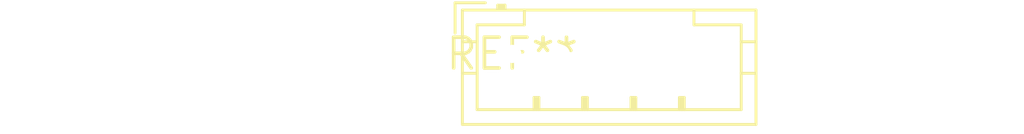
<source format=kicad_pcb>
(kicad_pcb (version 20240108) (generator pcbnew)
  (layers (0 "F.Cu" signal) (31 "B.Cu" signal) (34 "B.Paste" user) (35 "F.Paste" user) (36 "B.SilkS" user "B.Silkscreen") (37 "F.SilkS" user "F.Silkscreen") (38 "B.Mask" user) (39 "F.Mask" user) (44 "Edge.Cuts" user))
  (net 0 "")
  (footprint "JST_PH_B5B-PH-K_1x05_P2.00mm_Vertical" (layer "F.Cu") (at 0 0)
    (property "Reference" "REF**")
    (property "Value" "JST_PH_B5B-PH-K_1x05_P2.00mm_Vertical")
    (fp_line (start -2.36 -2.11) (end -2.36 -0.86) (layer "F.SilkS") (stroke (width 0.12)))
    (fp_line (start -2.06 -1.81) (end -2.06 2.91) (layer "F.SilkS") (stroke (width 0.12)))
    (fp_line (start -2.06 -0.5) (end -1.45 -0.5) (layer "F.SilkS") (stroke (width 0.12)))
    (fp_line (start -2.06 0.8) (end -1.45 0.8) (layer "F.SilkS") (stroke (width 0.12)))
    (fp_line (start -2.06 2.91) (end 10.06 2.91) (layer "F.SilkS") (stroke (width 0.12)))
    (fp_line (start -1.45 -1.2) (end -1.45 2.3) (layer "F.SilkS") (stroke (width 0.12)))
    (fp_line (start -1.45 2.3) (end 9.45 2.3) (layer "F.SilkS") (stroke (width 0.12)))
    (fp_line (start -1.11 -2.11) (end -2.36 -2.11) (layer "F.SilkS") (stroke (width 0.12)))
    (fp_line (start -0.6 -2.01) (end -0.6 -1.81) (layer "F.SilkS") (stroke (width 0.12)))
    (fp_line (start -0.3 -2.01) (end -0.6 -2.01) (layer "F.SilkS") (stroke (width 0.12)))
    (fp_line (start -0.3 -1.91) (end -0.6 -1.91) (layer "F.SilkS") (stroke (width 0.12)))
    (fp_line (start -0.3 -1.81) (end -0.3 -2.01) (layer "F.SilkS") (stroke (width 0.12)))
    (fp_line (start 0.5 -1.81) (end 0.5 -1.2) (layer "F.SilkS") (stroke (width 0.12)))
    (fp_line (start 0.5 -1.2) (end -1.45 -1.2) (layer "F.SilkS") (stroke (width 0.12)))
    (fp_line (start 0.9 1.8) (end 1.1 1.8) (layer "F.SilkS") (stroke (width 0.12)))
    (fp_line (start 0.9 2.3) (end 0.9 1.8) (layer "F.SilkS") (stroke (width 0.12)))
    (fp_line (start 1 2.3) (end 1 1.8) (layer "F.SilkS") (stroke (width 0.12)))
    (fp_line (start 1.1 1.8) (end 1.1 2.3) (layer "F.SilkS") (stroke (width 0.12)))
    (fp_line (start 2.9 1.8) (end 3.1 1.8) (layer "F.SilkS") (stroke (width 0.12)))
    (fp_line (start 2.9 2.3) (end 2.9 1.8) (layer "F.SilkS") (stroke (width 0.12)))
    (fp_line (start 3 2.3) (end 3 1.8) (layer "F.SilkS") (stroke (width 0.12)))
    (fp_line (start 3.1 1.8) (end 3.1 2.3) (layer "F.SilkS") (stroke (width 0.12)))
    (fp_line (start 4.9 1.8) (end 5.1 1.8) (layer "F.SilkS") (stroke (width 0.12)))
    (fp_line (start 4.9 2.3) (end 4.9 1.8) (layer "F.SilkS") (stroke (width 0.12)))
    (fp_line (start 5 2.3) (end 5 1.8) (layer "F.SilkS") (stroke (width 0.12)))
    (fp_line (start 5.1 1.8) (end 5.1 2.3) (layer "F.SilkS") (stroke (width 0.12)))
    (fp_line (start 6.9 1.8) (end 7.1 1.8) (layer "F.SilkS") (stroke (width 0.12)))
    (fp_line (start 6.9 2.3) (end 6.9 1.8) (layer "F.SilkS") (stroke (width 0.12)))
    (fp_line (start 7 2.3) (end 7 1.8) (layer "F.SilkS") (stroke (width 0.12)))
    (fp_line (start 7.1 1.8) (end 7.1 2.3) (layer "F.SilkS") (stroke (width 0.12)))
    (fp_line (start 7.5 -1.2) (end 7.5 -1.81) (layer "F.SilkS") (stroke (width 0.12)))
    (fp_line (start 9.45 -1.2) (end 7.5 -1.2) (layer "F.SilkS") (stroke (width 0.12)))
    (fp_line (start 9.45 2.3) (end 9.45 -1.2) (layer "F.SilkS") (stroke (width 0.12)))
    (fp_line (start 10.06 -1.81) (end -2.06 -1.81) (layer "F.SilkS") (stroke (width 0.12)))
    (fp_line (start 10.06 -0.5) (end 9.45 -0.5) (layer "F.SilkS") (stroke (width 0.12)))
    (fp_line (start 10.06 0.8) (end 9.45 0.8) (layer "F.SilkS") (stroke (width 0.12)))
    (fp_line (start 10.06 2.91) (end 10.06 -1.81) (layer "F.SilkS") (stroke (width 0.12)))
    (pad "1" thru_hole roundrect (at 0 0) (size 1.2 1.75) (drill 0.75) (layers *.Cu *.Mask) (remove_unused_layers) (roundrect_rratio 0.208333))
    (pad "2" thru_hole oval (at 2 0) (size 1.2 1.75) (drill 0.75) (layers *.Cu *.Mask) (remove_unused_layers))
    (pad "3" thru_hole oval (at 4 0) (size 1.2 1.75) (drill 0.75) (layers *.Cu *.Mask) (remove_unused_layers))
    (pad "4" thru_hole oval (at 6 0) (size 1.2 1.75) (drill 0.75) (layers *.Cu *.Mask) (remove_unused_layers))
    (pad "5" thru_hole oval (at 8 0) (size 1.2 1.75) (drill 0.75) (layers *.Cu *.Mask) (remove_unused_layers))
  )
)
</source>
